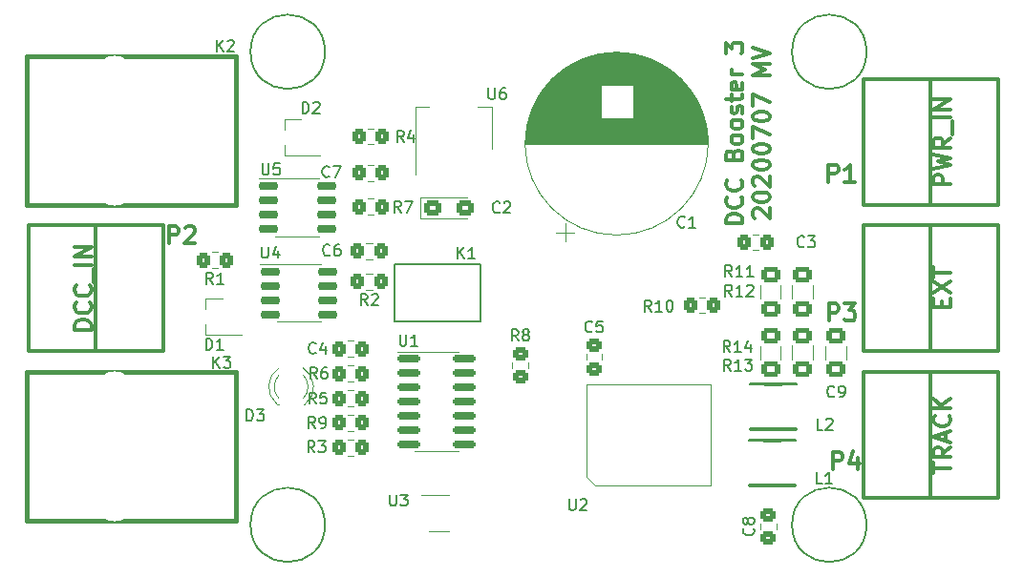
<source format=gto>
G04 #@! TF.GenerationSoftware,KiCad,Pcbnew,(6.0.7)*
G04 #@! TF.CreationDate,2023-05-29T10:21:20+02:00*
G04 #@! TF.ProjectId,booster,626f6f73-7465-4722-9e6b-696361645f70,rev?*
G04 #@! TF.SameCoordinates,Original*
G04 #@! TF.FileFunction,Legend,Top*
G04 #@! TF.FilePolarity,Positive*
%FSLAX46Y46*%
G04 Gerber Fmt 4.6, Leading zero omitted, Abs format (unit mm)*
G04 Created by KiCad (PCBNEW (6.0.7)) date 2023-05-29 10:21:20*
%MOMM*%
%LPD*%
G01*
G04 APERTURE LIST*
G04 Aperture macros list*
%AMRoundRect*
0 Rectangle with rounded corners*
0 $1 Rounding radius*
0 $2 $3 $4 $5 $6 $7 $8 $9 X,Y pos of 4 corners*
0 Add a 4 corners polygon primitive as box body*
4,1,4,$2,$3,$4,$5,$6,$7,$8,$9,$2,$3,0*
0 Add four circle primitives for the rounded corners*
1,1,$1+$1,$2,$3*
1,1,$1+$1,$4,$5*
1,1,$1+$1,$6,$7*
1,1,$1+$1,$8,$9*
0 Add four rect primitives between the rounded corners*
20,1,$1+$1,$2,$3,$4,$5,0*
20,1,$1+$1,$4,$5,$6,$7,0*
20,1,$1+$1,$6,$7,$8,$9,0*
20,1,$1+$1,$8,$9,$2,$3,0*%
G04 Aperture macros list end*
%ADD10C,0.300000*%
%ADD11C,0.152400*%
%ADD12C,0.150000*%
%ADD13C,0.304800*%
%ADD14C,0.203200*%
%ADD15C,0.120000*%
%ADD16C,0.381000*%
%ADD17C,6.400800*%
%ADD18C,3.048000*%
%ADD19R,3.048000X3.048000*%
%ADD20C,1.524000*%
%ADD21R,1.524000X1.524000*%
%ADD22C,3.169920*%
%ADD23RoundRect,0.250000X-0.325000X-0.450000X0.325000X-0.450000X0.325000X0.450000X-0.325000X0.450000X0*%
%ADD24RoundRect,0.150000X-0.725000X-0.150000X0.725000X-0.150000X0.725000X0.150000X-0.725000X0.150000X0*%
%ADD25R,1.900000X0.800000*%
%ADD26RoundRect,0.150000X-0.825000X-0.150000X0.825000X-0.150000X0.825000X0.150000X-0.825000X0.150000X0*%
%ADD27RoundRect,0.250000X0.325000X0.450000X-0.325000X0.450000X-0.325000X-0.450000X0.325000X-0.450000X0*%
%ADD28RoundRect,0.250000X-0.450000X0.325000X-0.450000X-0.325000X0.450000X-0.325000X0.450000X0.325000X0*%
%ADD29C,1.800000*%
%ADD30R,1.800000X1.800000*%
%ADD31R,10.500000X7.400000*%
%ADD32R,0.450000X3.000000*%
%ADD33R,1.560000X0.650000*%
%ADD34R,1.500000X2.000000*%
%ADD35R,3.800000X2.000000*%
%ADD36RoundRect,0.250001X0.624999X-0.462499X0.624999X0.462499X-0.624999X0.462499X-0.624999X-0.462499X0*%
%ADD37R,2.500000X3.700000*%
%ADD38RoundRect,0.250000X-0.537500X-0.425000X0.537500X-0.425000X0.537500X0.425000X-0.537500X0.425000X0*%
%ADD39C,2.400000*%
%ADD40R,2.400000X2.400000*%
G04 APERTURE END LIST*
D10*
X163321071Y-119250000D02*
X161821071Y-119250000D01*
X161821071Y-118892857D01*
X161892500Y-118678571D01*
X162035357Y-118535714D01*
X162178214Y-118464285D01*
X162463928Y-118392857D01*
X162678214Y-118392857D01*
X162963928Y-118464285D01*
X163106785Y-118535714D01*
X163249642Y-118678571D01*
X163321071Y-118892857D01*
X163321071Y-119250000D01*
X163178214Y-116892857D02*
X163249642Y-116964285D01*
X163321071Y-117178571D01*
X163321071Y-117321428D01*
X163249642Y-117535714D01*
X163106785Y-117678571D01*
X162963928Y-117750000D01*
X162678214Y-117821428D01*
X162463928Y-117821428D01*
X162178214Y-117750000D01*
X162035357Y-117678571D01*
X161892500Y-117535714D01*
X161821071Y-117321428D01*
X161821071Y-117178571D01*
X161892500Y-116964285D01*
X161963928Y-116892857D01*
X163178214Y-115392857D02*
X163249642Y-115464285D01*
X163321071Y-115678571D01*
X163321071Y-115821428D01*
X163249642Y-116035714D01*
X163106785Y-116178571D01*
X162963928Y-116250000D01*
X162678214Y-116321428D01*
X162463928Y-116321428D01*
X162178214Y-116250000D01*
X162035357Y-116178571D01*
X161892500Y-116035714D01*
X161821071Y-115821428D01*
X161821071Y-115678571D01*
X161892500Y-115464285D01*
X161963928Y-115392857D01*
X162535357Y-113107142D02*
X162606785Y-112892857D01*
X162678214Y-112821428D01*
X162821071Y-112750000D01*
X163035357Y-112750000D01*
X163178214Y-112821428D01*
X163249642Y-112892857D01*
X163321071Y-113035714D01*
X163321071Y-113607142D01*
X161821071Y-113607142D01*
X161821071Y-113107142D01*
X161892500Y-112964285D01*
X161963928Y-112892857D01*
X162106785Y-112821428D01*
X162249642Y-112821428D01*
X162392500Y-112892857D01*
X162463928Y-112964285D01*
X162535357Y-113107142D01*
X162535357Y-113607142D01*
X163321071Y-111892857D02*
X163249642Y-112035714D01*
X163178214Y-112107142D01*
X163035357Y-112178571D01*
X162606785Y-112178571D01*
X162463928Y-112107142D01*
X162392500Y-112035714D01*
X162321071Y-111892857D01*
X162321071Y-111678571D01*
X162392500Y-111535714D01*
X162463928Y-111464285D01*
X162606785Y-111392857D01*
X163035357Y-111392857D01*
X163178214Y-111464285D01*
X163249642Y-111535714D01*
X163321071Y-111678571D01*
X163321071Y-111892857D01*
X163321071Y-110535714D02*
X163249642Y-110678571D01*
X163178214Y-110750000D01*
X163035357Y-110821428D01*
X162606785Y-110821428D01*
X162463928Y-110750000D01*
X162392500Y-110678571D01*
X162321071Y-110535714D01*
X162321071Y-110321428D01*
X162392500Y-110178571D01*
X162463928Y-110107142D01*
X162606785Y-110035714D01*
X163035357Y-110035714D01*
X163178214Y-110107142D01*
X163249642Y-110178571D01*
X163321071Y-110321428D01*
X163321071Y-110535714D01*
X163249642Y-109464285D02*
X163321071Y-109321428D01*
X163321071Y-109035714D01*
X163249642Y-108892857D01*
X163106785Y-108821428D01*
X163035357Y-108821428D01*
X162892500Y-108892857D01*
X162821071Y-109035714D01*
X162821071Y-109250000D01*
X162749642Y-109392857D01*
X162606785Y-109464285D01*
X162535357Y-109464285D01*
X162392500Y-109392857D01*
X162321071Y-109250000D01*
X162321071Y-109035714D01*
X162392500Y-108892857D01*
X162321071Y-108392857D02*
X162321071Y-107821428D01*
X161821071Y-108178571D02*
X163106785Y-108178571D01*
X163249642Y-108107142D01*
X163321071Y-107964285D01*
X163321071Y-107821428D01*
X163249642Y-106750000D02*
X163321071Y-106892857D01*
X163321071Y-107178571D01*
X163249642Y-107321428D01*
X163106785Y-107392857D01*
X162535357Y-107392857D01*
X162392500Y-107321428D01*
X162321071Y-107178571D01*
X162321071Y-106892857D01*
X162392500Y-106750000D01*
X162535357Y-106678571D01*
X162678214Y-106678571D01*
X162821071Y-107392857D01*
X163321071Y-106035714D02*
X162321071Y-106035714D01*
X162606785Y-106035714D02*
X162463928Y-105964285D01*
X162392500Y-105892857D01*
X162321071Y-105750000D01*
X162321071Y-105607142D01*
X161821071Y-104107142D02*
X161821071Y-103178571D01*
X162392500Y-103678571D01*
X162392500Y-103464285D01*
X162463928Y-103321428D01*
X162535357Y-103250000D01*
X162678214Y-103178571D01*
X163035357Y-103178571D01*
X163178214Y-103250000D01*
X163249642Y-103321428D01*
X163321071Y-103464285D01*
X163321071Y-103892857D01*
X163249642Y-104035714D01*
X163178214Y-104107142D01*
X164378928Y-118750000D02*
X164307500Y-118678571D01*
X164236071Y-118535714D01*
X164236071Y-118178571D01*
X164307500Y-118035714D01*
X164378928Y-117964285D01*
X164521785Y-117892857D01*
X164664642Y-117892857D01*
X164878928Y-117964285D01*
X165736071Y-118821428D01*
X165736071Y-117892857D01*
X164236071Y-116964285D02*
X164236071Y-116821428D01*
X164307500Y-116678571D01*
X164378928Y-116607142D01*
X164521785Y-116535714D01*
X164807500Y-116464285D01*
X165164642Y-116464285D01*
X165450357Y-116535714D01*
X165593214Y-116607142D01*
X165664642Y-116678571D01*
X165736071Y-116821428D01*
X165736071Y-116964285D01*
X165664642Y-117107142D01*
X165593214Y-117178571D01*
X165450357Y-117250000D01*
X165164642Y-117321428D01*
X164807500Y-117321428D01*
X164521785Y-117250000D01*
X164378928Y-117178571D01*
X164307500Y-117107142D01*
X164236071Y-116964285D01*
X164378928Y-115892857D02*
X164307500Y-115821428D01*
X164236071Y-115678571D01*
X164236071Y-115321428D01*
X164307500Y-115178571D01*
X164378928Y-115107142D01*
X164521785Y-115035714D01*
X164664642Y-115035714D01*
X164878928Y-115107142D01*
X165736071Y-115964285D01*
X165736071Y-115035714D01*
X164236071Y-114107142D02*
X164236071Y-113964285D01*
X164307500Y-113821428D01*
X164378928Y-113750000D01*
X164521785Y-113678571D01*
X164807500Y-113607142D01*
X165164642Y-113607142D01*
X165450357Y-113678571D01*
X165593214Y-113750000D01*
X165664642Y-113821428D01*
X165736071Y-113964285D01*
X165736071Y-114107142D01*
X165664642Y-114250000D01*
X165593214Y-114321428D01*
X165450357Y-114392857D01*
X165164642Y-114464285D01*
X164807500Y-114464285D01*
X164521785Y-114392857D01*
X164378928Y-114321428D01*
X164307500Y-114250000D01*
X164236071Y-114107142D01*
X164236071Y-112678571D02*
X164236071Y-112535714D01*
X164307500Y-112392857D01*
X164378928Y-112321428D01*
X164521785Y-112250000D01*
X164807500Y-112178571D01*
X165164642Y-112178571D01*
X165450357Y-112250000D01*
X165593214Y-112321428D01*
X165664642Y-112392857D01*
X165736071Y-112535714D01*
X165736071Y-112678571D01*
X165664642Y-112821428D01*
X165593214Y-112892857D01*
X165450357Y-112964285D01*
X165164642Y-113035714D01*
X164807500Y-113035714D01*
X164521785Y-112964285D01*
X164378928Y-112892857D01*
X164307500Y-112821428D01*
X164236071Y-112678571D01*
X164236071Y-111678571D02*
X164236071Y-110678571D01*
X165736071Y-111321428D01*
X164236071Y-109821428D02*
X164236071Y-109678571D01*
X164307500Y-109535714D01*
X164378928Y-109464285D01*
X164521785Y-109392857D01*
X164807500Y-109321428D01*
X165164642Y-109321428D01*
X165450357Y-109392857D01*
X165593214Y-109464285D01*
X165664642Y-109535714D01*
X165736071Y-109678571D01*
X165736071Y-109821428D01*
X165664642Y-109964285D01*
X165593214Y-110035714D01*
X165450357Y-110107142D01*
X165164642Y-110178571D01*
X164807500Y-110178571D01*
X164521785Y-110107142D01*
X164378928Y-110035714D01*
X164307500Y-109964285D01*
X164236071Y-109821428D01*
X164236071Y-108821428D02*
X164236071Y-107821428D01*
X165736071Y-108464285D01*
X165736071Y-106107142D02*
X164236071Y-106107142D01*
X165307500Y-105607142D01*
X164236071Y-105107142D01*
X165736071Y-105107142D01*
X164236071Y-104607142D02*
X165736071Y-104107142D01*
X164236071Y-103607142D01*
D11*
X121730000Y-146344714D02*
X121730000Y-145582714D01*
X121730000Y-145945571D02*
X122165428Y-145945571D01*
X122165428Y-146344714D02*
X122165428Y-145582714D01*
X122673428Y-145582714D02*
X122818571Y-145582714D01*
X122891142Y-145619000D01*
X122963714Y-145691571D01*
X123000000Y-145836714D01*
X123000000Y-146090714D01*
X122963714Y-146235857D01*
X122891142Y-146308428D01*
X122818571Y-146344714D01*
X122673428Y-146344714D01*
X122600857Y-146308428D01*
X122528285Y-146235857D01*
X122492000Y-146090714D01*
X122492000Y-145836714D01*
X122528285Y-145691571D01*
X122600857Y-145619000D01*
X122673428Y-145582714D01*
X123689428Y-146344714D02*
X123326571Y-146344714D01*
X123326571Y-145582714D01*
X123943428Y-145945571D02*
X124197428Y-145945571D01*
X124306285Y-146344714D02*
X123943428Y-146344714D01*
X123943428Y-145582714D01*
X124306285Y-145582714D01*
X121730000Y-104344714D02*
X121730000Y-103582714D01*
X121730000Y-103945571D02*
X122165428Y-103945571D01*
X122165428Y-104344714D02*
X122165428Y-103582714D01*
X122673428Y-103582714D02*
X122818571Y-103582714D01*
X122891142Y-103619000D01*
X122963714Y-103691571D01*
X123000000Y-103836714D01*
X123000000Y-104090714D01*
X122963714Y-104235857D01*
X122891142Y-104308428D01*
X122818571Y-104344714D01*
X122673428Y-104344714D01*
X122600857Y-104308428D01*
X122528285Y-104235857D01*
X122492000Y-104090714D01*
X122492000Y-103836714D01*
X122528285Y-103691571D01*
X122600857Y-103619000D01*
X122673428Y-103582714D01*
X123689428Y-104344714D02*
X123326571Y-104344714D01*
X123326571Y-103582714D01*
X123943428Y-103945571D02*
X124197428Y-103945571D01*
X124306285Y-104344714D02*
X123943428Y-104344714D01*
X123943428Y-103582714D01*
X124306285Y-103582714D01*
D12*
X126683333Y-115057142D02*
X126635714Y-115104761D01*
X126492857Y-115152380D01*
X126397619Y-115152380D01*
X126254761Y-115104761D01*
X126159523Y-115009523D01*
X126111904Y-114914285D01*
X126064285Y-114723809D01*
X126064285Y-114580952D01*
X126111904Y-114390476D01*
X126159523Y-114295238D01*
X126254761Y-114200000D01*
X126397619Y-114152380D01*
X126492857Y-114152380D01*
X126635714Y-114200000D01*
X126683333Y-114247619D01*
X127016666Y-114152380D02*
X127683333Y-114152380D01*
X127254761Y-115152380D01*
X120738095Y-113902380D02*
X120738095Y-114711904D01*
X120785714Y-114807142D01*
X120833333Y-114854761D01*
X120928571Y-114902380D01*
X121119047Y-114902380D01*
X121214285Y-114854761D01*
X121261904Y-114807142D01*
X121309523Y-114711904D01*
X121309523Y-113902380D01*
X122261904Y-113902380D02*
X121785714Y-113902380D01*
X121738095Y-114378571D01*
X121785714Y-114330952D01*
X121880952Y-114283333D01*
X122119047Y-114283333D01*
X122214285Y-114330952D01*
X122261904Y-114378571D01*
X122309523Y-114473809D01*
X122309523Y-114711904D01*
X122261904Y-114807142D01*
X122214285Y-114854761D01*
X122119047Y-114902380D01*
X121880952Y-114902380D01*
X121785714Y-114854761D01*
X121738095Y-114807142D01*
X124311904Y-109452380D02*
X124311904Y-108452380D01*
X124550000Y-108452380D01*
X124692857Y-108500000D01*
X124788095Y-108595238D01*
X124835714Y-108690476D01*
X124883333Y-108880952D01*
X124883333Y-109023809D01*
X124835714Y-109214285D01*
X124788095Y-109309523D01*
X124692857Y-109404761D01*
X124550000Y-109452380D01*
X124311904Y-109452380D01*
X125264285Y-108547619D02*
X125311904Y-108500000D01*
X125407142Y-108452380D01*
X125645238Y-108452380D01*
X125740476Y-108500000D01*
X125788095Y-108547619D01*
X125835714Y-108642857D01*
X125835714Y-108738095D01*
X125788095Y-108880952D01*
X125216666Y-109452380D01*
X125835714Y-109452380D01*
X133033333Y-118252380D02*
X132700000Y-117776190D01*
X132461904Y-118252380D02*
X132461904Y-117252380D01*
X132842857Y-117252380D01*
X132938095Y-117300000D01*
X132985714Y-117347619D01*
X133033333Y-117442857D01*
X133033333Y-117585714D01*
X132985714Y-117680952D01*
X132938095Y-117728571D01*
X132842857Y-117776190D01*
X132461904Y-117776190D01*
X133366666Y-117252380D02*
X134033333Y-117252380D01*
X133604761Y-118252380D01*
X133283333Y-112002380D02*
X132950000Y-111526190D01*
X132711904Y-112002380D02*
X132711904Y-111002380D01*
X133092857Y-111002380D01*
X133188095Y-111050000D01*
X133235714Y-111097619D01*
X133283333Y-111192857D01*
X133283333Y-111335714D01*
X133235714Y-111430952D01*
X133188095Y-111478571D01*
X133092857Y-111526190D01*
X132711904Y-111526190D01*
X134140476Y-111335714D02*
X134140476Y-112002380D01*
X133902380Y-110954761D02*
X133664285Y-111669047D01*
X134283333Y-111669047D01*
D13*
X171325142Y-141039428D02*
X171325142Y-139515428D01*
X171905714Y-139515428D01*
X172050857Y-139588000D01*
X172123428Y-139660571D01*
X172196000Y-139805714D01*
X172196000Y-140023428D01*
X172123428Y-140168571D01*
X172050857Y-140241142D01*
X171905714Y-140313714D01*
X171325142Y-140313714D01*
X173502285Y-140023428D02*
X173502285Y-141039428D01*
X173139428Y-139442857D02*
X172776571Y-140531428D01*
X173720000Y-140531428D01*
X180245428Y-141374571D02*
X180245428Y-140503714D01*
X181769428Y-140939142D02*
X180245428Y-140939142D01*
X181769428Y-139124857D02*
X181043714Y-139632857D01*
X181769428Y-139995714D02*
X180245428Y-139995714D01*
X180245428Y-139415142D01*
X180318000Y-139270000D01*
X180390571Y-139197428D01*
X180535714Y-139124857D01*
X180753428Y-139124857D01*
X180898571Y-139197428D01*
X180971142Y-139270000D01*
X181043714Y-139415142D01*
X181043714Y-139995714D01*
X181334000Y-138544285D02*
X181334000Y-137818571D01*
X181769428Y-138689428D02*
X180245428Y-138181428D01*
X181769428Y-137673428D01*
X181624285Y-136294571D02*
X181696857Y-136367142D01*
X181769428Y-136584857D01*
X181769428Y-136730000D01*
X181696857Y-136947714D01*
X181551714Y-137092857D01*
X181406571Y-137165428D01*
X181116285Y-137238000D01*
X180898571Y-137238000D01*
X180608285Y-137165428D01*
X180463142Y-137092857D01*
X180318000Y-136947714D01*
X180245428Y-136730000D01*
X180245428Y-136584857D01*
X180318000Y-136367142D01*
X180390571Y-136294571D01*
X181769428Y-135641428D02*
X180245428Y-135641428D01*
X181769428Y-134770571D02*
X180898571Y-135423714D01*
X180245428Y-134770571D02*
X181116285Y-135641428D01*
D12*
X132938095Y-129102380D02*
X132938095Y-129911904D01*
X132985714Y-130007142D01*
X133033333Y-130054761D01*
X133128571Y-130102380D01*
X133319047Y-130102380D01*
X133414285Y-130054761D01*
X133461904Y-130007142D01*
X133509523Y-129911904D01*
X133509523Y-129102380D01*
X134509523Y-130102380D02*
X133938095Y-130102380D01*
X134223809Y-130102380D02*
X134223809Y-129102380D01*
X134128571Y-129245238D01*
X134033333Y-129340476D01*
X133938095Y-129388095D01*
X168783333Y-121257142D02*
X168735714Y-121304761D01*
X168592857Y-121352380D01*
X168497619Y-121352380D01*
X168354761Y-121304761D01*
X168259523Y-121209523D01*
X168211904Y-121114285D01*
X168164285Y-120923809D01*
X168164285Y-120780952D01*
X168211904Y-120590476D01*
X168259523Y-120495238D01*
X168354761Y-120400000D01*
X168497619Y-120352380D01*
X168592857Y-120352380D01*
X168735714Y-120400000D01*
X168783333Y-120447619D01*
X169116666Y-120352380D02*
X169735714Y-120352380D01*
X169402380Y-120733333D01*
X169545238Y-120733333D01*
X169640476Y-120780952D01*
X169688095Y-120828571D01*
X169735714Y-120923809D01*
X169735714Y-121161904D01*
X169688095Y-121257142D01*
X169640476Y-121304761D01*
X169545238Y-121352380D01*
X169259523Y-121352380D01*
X169164285Y-121304761D01*
X169116666Y-121257142D01*
X125483333Y-130707142D02*
X125435714Y-130754761D01*
X125292857Y-130802380D01*
X125197619Y-130802380D01*
X125054761Y-130754761D01*
X124959523Y-130659523D01*
X124911904Y-130564285D01*
X124864285Y-130373809D01*
X124864285Y-130230952D01*
X124911904Y-130040476D01*
X124959523Y-129945238D01*
X125054761Y-129850000D01*
X125197619Y-129802380D01*
X125292857Y-129802380D01*
X125435714Y-129850000D01*
X125483333Y-129897619D01*
X126340476Y-130135714D02*
X126340476Y-130802380D01*
X126102380Y-129754761D02*
X125864285Y-130469047D01*
X126483333Y-130469047D01*
X126733333Y-122007142D02*
X126685714Y-122054761D01*
X126542857Y-122102380D01*
X126447619Y-122102380D01*
X126304761Y-122054761D01*
X126209523Y-121959523D01*
X126161904Y-121864285D01*
X126114285Y-121673809D01*
X126114285Y-121530952D01*
X126161904Y-121340476D01*
X126209523Y-121245238D01*
X126304761Y-121150000D01*
X126447619Y-121102380D01*
X126542857Y-121102380D01*
X126685714Y-121150000D01*
X126733333Y-121197619D01*
X127590476Y-121102380D02*
X127400000Y-121102380D01*
X127304761Y-121150000D01*
X127257142Y-121197619D01*
X127161904Y-121340476D01*
X127114285Y-121530952D01*
X127114285Y-121911904D01*
X127161904Y-122007142D01*
X127209523Y-122054761D01*
X127304761Y-122102380D01*
X127495238Y-122102380D01*
X127590476Y-122054761D01*
X127638095Y-122007142D01*
X127685714Y-121911904D01*
X127685714Y-121673809D01*
X127638095Y-121578571D01*
X127590476Y-121530952D01*
X127495238Y-121483333D01*
X127304761Y-121483333D01*
X127209523Y-121530952D01*
X127161904Y-121578571D01*
X127114285Y-121673809D01*
X149983333Y-128807142D02*
X149935714Y-128854761D01*
X149792857Y-128902380D01*
X149697619Y-128902380D01*
X149554761Y-128854761D01*
X149459523Y-128759523D01*
X149411904Y-128664285D01*
X149364285Y-128473809D01*
X149364285Y-128330952D01*
X149411904Y-128140476D01*
X149459523Y-128045238D01*
X149554761Y-127950000D01*
X149697619Y-127902380D01*
X149792857Y-127902380D01*
X149935714Y-127950000D01*
X149983333Y-127997619D01*
X150888095Y-127902380D02*
X150411904Y-127902380D01*
X150364285Y-128378571D01*
X150411904Y-128330952D01*
X150507142Y-128283333D01*
X150745238Y-128283333D01*
X150840476Y-128330952D01*
X150888095Y-128378571D01*
X150935714Y-128473809D01*
X150935714Y-128711904D01*
X150888095Y-128807142D01*
X150840476Y-128854761D01*
X150745238Y-128902380D01*
X150507142Y-128902380D01*
X150411904Y-128854761D01*
X150364285Y-128807142D01*
X130058333Y-126502380D02*
X129725000Y-126026190D01*
X129486904Y-126502380D02*
X129486904Y-125502380D01*
X129867857Y-125502380D01*
X129963095Y-125550000D01*
X130010714Y-125597619D01*
X130058333Y-125692857D01*
X130058333Y-125835714D01*
X130010714Y-125930952D01*
X129963095Y-125978571D01*
X129867857Y-126026190D01*
X129486904Y-126026190D01*
X130439285Y-125597619D02*
X130486904Y-125550000D01*
X130582142Y-125502380D01*
X130820238Y-125502380D01*
X130915476Y-125550000D01*
X130963095Y-125597619D01*
X131010714Y-125692857D01*
X131010714Y-125788095D01*
X130963095Y-125930952D01*
X130391666Y-126502380D01*
X131010714Y-126502380D01*
X164257142Y-146316666D02*
X164304761Y-146364285D01*
X164352380Y-146507142D01*
X164352380Y-146602380D01*
X164304761Y-146745238D01*
X164209523Y-146840476D01*
X164114285Y-146888095D01*
X163923809Y-146935714D01*
X163780952Y-146935714D01*
X163590476Y-146888095D01*
X163495238Y-146840476D01*
X163400000Y-146745238D01*
X163352380Y-146602380D01*
X163352380Y-146507142D01*
X163400000Y-146364285D01*
X163447619Y-146316666D01*
X163780952Y-145745238D02*
X163733333Y-145840476D01*
X163685714Y-145888095D01*
X163590476Y-145935714D01*
X163542857Y-145935714D01*
X163447619Y-145888095D01*
X163400000Y-145840476D01*
X163352380Y-145745238D01*
X163352380Y-145554761D01*
X163400000Y-145459523D01*
X163447619Y-145411904D01*
X163542857Y-145364285D01*
X163590476Y-145364285D01*
X163685714Y-145411904D01*
X163733333Y-145459523D01*
X163780952Y-145554761D01*
X163780952Y-145745238D01*
X163828571Y-145840476D01*
X163876190Y-145888095D01*
X163971428Y-145935714D01*
X164161904Y-145935714D01*
X164257142Y-145888095D01*
X164304761Y-145840476D01*
X164352380Y-145745238D01*
X164352380Y-145554761D01*
X164304761Y-145459523D01*
X164257142Y-145411904D01*
X164161904Y-145364285D01*
X163971428Y-145364285D01*
X163876190Y-145411904D01*
X163828571Y-145459523D01*
X163780952Y-145554761D01*
X125483333Y-135252380D02*
X125150000Y-134776190D01*
X124911904Y-135252380D02*
X124911904Y-134252380D01*
X125292857Y-134252380D01*
X125388095Y-134300000D01*
X125435714Y-134347619D01*
X125483333Y-134442857D01*
X125483333Y-134585714D01*
X125435714Y-134680952D01*
X125388095Y-134728571D01*
X125292857Y-134776190D01*
X124911904Y-134776190D01*
X126388095Y-134252380D02*
X125911904Y-134252380D01*
X125864285Y-134728571D01*
X125911904Y-134680952D01*
X126007142Y-134633333D01*
X126245238Y-134633333D01*
X126340476Y-134680952D01*
X126388095Y-134728571D01*
X126435714Y-134823809D01*
X126435714Y-135061904D01*
X126388095Y-135157142D01*
X126340476Y-135204761D01*
X126245238Y-135252380D01*
X126007142Y-135252380D01*
X125911904Y-135204761D01*
X125864285Y-135157142D01*
X119361904Y-136752380D02*
X119361904Y-135752380D01*
X119600000Y-135752380D01*
X119742857Y-135800000D01*
X119838095Y-135895238D01*
X119885714Y-135990476D01*
X119933333Y-136180952D01*
X119933333Y-136323809D01*
X119885714Y-136514285D01*
X119838095Y-136609523D01*
X119742857Y-136704761D01*
X119600000Y-136752380D01*
X119361904Y-136752380D01*
X120266666Y-135752380D02*
X120885714Y-135752380D01*
X120552380Y-136133333D01*
X120695238Y-136133333D01*
X120790476Y-136180952D01*
X120838095Y-136228571D01*
X120885714Y-136323809D01*
X120885714Y-136561904D01*
X120838095Y-136657142D01*
X120790476Y-136704761D01*
X120695238Y-136752380D01*
X120409523Y-136752380D01*
X120314285Y-136704761D01*
X120266666Y-136657142D01*
X143433333Y-129652380D02*
X143100000Y-129176190D01*
X142861904Y-129652380D02*
X142861904Y-128652380D01*
X143242857Y-128652380D01*
X143338095Y-128700000D01*
X143385714Y-128747619D01*
X143433333Y-128842857D01*
X143433333Y-128985714D01*
X143385714Y-129080952D01*
X143338095Y-129128571D01*
X143242857Y-129176190D01*
X142861904Y-129176190D01*
X144004761Y-129080952D02*
X143909523Y-129033333D01*
X143861904Y-128985714D01*
X143814285Y-128890476D01*
X143814285Y-128842857D01*
X143861904Y-128747619D01*
X143909523Y-128700000D01*
X144004761Y-128652380D01*
X144195238Y-128652380D01*
X144290476Y-128700000D01*
X144338095Y-128747619D01*
X144385714Y-128842857D01*
X144385714Y-128890476D01*
X144338095Y-128985714D01*
X144290476Y-129033333D01*
X144195238Y-129080952D01*
X144004761Y-129080952D01*
X143909523Y-129128571D01*
X143861904Y-129176190D01*
X143814285Y-129271428D01*
X143814285Y-129461904D01*
X143861904Y-129557142D01*
X143909523Y-129604761D01*
X144004761Y-129652380D01*
X144195238Y-129652380D01*
X144290476Y-129604761D01*
X144338095Y-129557142D01*
X144385714Y-129461904D01*
X144385714Y-129271428D01*
X144338095Y-129176190D01*
X144290476Y-129128571D01*
X144195238Y-129080952D01*
X125583333Y-133002380D02*
X125250000Y-132526190D01*
X125011904Y-133002380D02*
X125011904Y-132002380D01*
X125392857Y-132002380D01*
X125488095Y-132050000D01*
X125535714Y-132097619D01*
X125583333Y-132192857D01*
X125583333Y-132335714D01*
X125535714Y-132430952D01*
X125488095Y-132478571D01*
X125392857Y-132526190D01*
X125011904Y-132526190D01*
X126440476Y-132002380D02*
X126250000Y-132002380D01*
X126154761Y-132050000D01*
X126107142Y-132097619D01*
X126011904Y-132240476D01*
X125964285Y-132430952D01*
X125964285Y-132811904D01*
X126011904Y-132907142D01*
X126059523Y-132954761D01*
X126154761Y-133002380D01*
X126345238Y-133002380D01*
X126440476Y-132954761D01*
X126488095Y-132907142D01*
X126535714Y-132811904D01*
X126535714Y-132573809D01*
X126488095Y-132478571D01*
X126440476Y-132430952D01*
X126345238Y-132383333D01*
X126154761Y-132383333D01*
X126059523Y-132430952D01*
X126011904Y-132478571D01*
X125964285Y-132573809D01*
X125383333Y-139552380D02*
X125050000Y-139076190D01*
X124811904Y-139552380D02*
X124811904Y-138552380D01*
X125192857Y-138552380D01*
X125288095Y-138600000D01*
X125335714Y-138647619D01*
X125383333Y-138742857D01*
X125383333Y-138885714D01*
X125335714Y-138980952D01*
X125288095Y-139028571D01*
X125192857Y-139076190D01*
X124811904Y-139076190D01*
X125716666Y-138552380D02*
X126335714Y-138552380D01*
X126002380Y-138933333D01*
X126145238Y-138933333D01*
X126240476Y-138980952D01*
X126288095Y-139028571D01*
X126335714Y-139123809D01*
X126335714Y-139361904D01*
X126288095Y-139457142D01*
X126240476Y-139504761D01*
X126145238Y-139552380D01*
X125859523Y-139552380D01*
X125764285Y-139504761D01*
X125716666Y-139457142D01*
X147938095Y-143702380D02*
X147938095Y-144511904D01*
X147985714Y-144607142D01*
X148033333Y-144654761D01*
X148128571Y-144702380D01*
X148319047Y-144702380D01*
X148414285Y-144654761D01*
X148461904Y-144607142D01*
X148509523Y-144511904D01*
X148509523Y-143702380D01*
X148938095Y-143797619D02*
X148985714Y-143750000D01*
X149080952Y-143702380D01*
X149319047Y-143702380D01*
X149414285Y-143750000D01*
X149461904Y-143797619D01*
X149509523Y-143892857D01*
X149509523Y-143988095D01*
X149461904Y-144130952D01*
X148890476Y-144702380D01*
X149509523Y-144702380D01*
X120688095Y-121302380D02*
X120688095Y-122111904D01*
X120735714Y-122207142D01*
X120783333Y-122254761D01*
X120878571Y-122302380D01*
X121069047Y-122302380D01*
X121164285Y-122254761D01*
X121211904Y-122207142D01*
X121259523Y-122111904D01*
X121259523Y-121302380D01*
X122164285Y-121635714D02*
X122164285Y-122302380D01*
X121926190Y-121254761D02*
X121688095Y-121969047D01*
X122307142Y-121969047D01*
X155232142Y-127052380D02*
X154898809Y-126576190D01*
X154660714Y-127052380D02*
X154660714Y-126052380D01*
X155041666Y-126052380D01*
X155136904Y-126100000D01*
X155184523Y-126147619D01*
X155232142Y-126242857D01*
X155232142Y-126385714D01*
X155184523Y-126480952D01*
X155136904Y-126528571D01*
X155041666Y-126576190D01*
X154660714Y-126576190D01*
X156184523Y-127052380D02*
X155613095Y-127052380D01*
X155898809Y-127052380D02*
X155898809Y-126052380D01*
X155803571Y-126195238D01*
X155708333Y-126290476D01*
X155613095Y-126338095D01*
X156803571Y-126052380D02*
X156898809Y-126052380D01*
X156994047Y-126100000D01*
X157041666Y-126147619D01*
X157089285Y-126242857D01*
X157136904Y-126433333D01*
X157136904Y-126671428D01*
X157089285Y-126861904D01*
X157041666Y-126957142D01*
X156994047Y-127004761D01*
X156898809Y-127052380D01*
X156803571Y-127052380D01*
X156708333Y-127004761D01*
X156660714Y-126957142D01*
X156613095Y-126861904D01*
X156565476Y-126671428D01*
X156565476Y-126433333D01*
X156613095Y-126242857D01*
X156660714Y-126147619D01*
X156708333Y-126100000D01*
X156803571Y-126052380D01*
X125433333Y-137402380D02*
X125100000Y-136926190D01*
X124861904Y-137402380D02*
X124861904Y-136402380D01*
X125242857Y-136402380D01*
X125338095Y-136450000D01*
X125385714Y-136497619D01*
X125433333Y-136592857D01*
X125433333Y-136735714D01*
X125385714Y-136830952D01*
X125338095Y-136878571D01*
X125242857Y-136926190D01*
X124861904Y-136926190D01*
X125909523Y-137402380D02*
X126100000Y-137402380D01*
X126195238Y-137354761D01*
X126242857Y-137307142D01*
X126338095Y-137164285D01*
X126385714Y-136973809D01*
X126385714Y-136592857D01*
X126338095Y-136497619D01*
X126290476Y-136450000D01*
X126195238Y-136402380D01*
X126004761Y-136402380D01*
X125909523Y-136450000D01*
X125861904Y-136497619D01*
X125814285Y-136592857D01*
X125814285Y-136830952D01*
X125861904Y-136926190D01*
X125909523Y-136973809D01*
X126004761Y-137021428D01*
X126195238Y-137021428D01*
X126290476Y-136973809D01*
X126338095Y-136926190D01*
X126385714Y-136830952D01*
D11*
X138050095Y-122359619D02*
X138050095Y-121343619D01*
X138630666Y-122359619D02*
X138195238Y-121779047D01*
X138630666Y-121343619D02*
X138050095Y-121924190D01*
X139598285Y-122359619D02*
X139017714Y-122359619D01*
X139308000Y-122359619D02*
X139308000Y-121343619D01*
X139211238Y-121488761D01*
X139114476Y-121585523D01*
X139017714Y-121633904D01*
D12*
X132038095Y-143302380D02*
X132038095Y-144111904D01*
X132085714Y-144207142D01*
X132133333Y-144254761D01*
X132228571Y-144302380D01*
X132419047Y-144302380D01*
X132514285Y-144254761D01*
X132561904Y-144207142D01*
X132609523Y-144111904D01*
X132609523Y-143302380D01*
X132990476Y-143302380D02*
X133609523Y-143302380D01*
X133276190Y-143683333D01*
X133419047Y-143683333D01*
X133514285Y-143730952D01*
X133561904Y-143778571D01*
X133609523Y-143873809D01*
X133609523Y-144111904D01*
X133561904Y-144207142D01*
X133514285Y-144254761D01*
X133419047Y-144302380D01*
X133133333Y-144302380D01*
X133038095Y-144254761D01*
X132990476Y-144207142D01*
D11*
X169730000Y-146344714D02*
X169730000Y-145582714D01*
X169730000Y-145945571D02*
X170165428Y-145945571D01*
X170165428Y-146344714D02*
X170165428Y-145582714D01*
X170673428Y-145582714D02*
X170818571Y-145582714D01*
X170891142Y-145619000D01*
X170963714Y-145691571D01*
X171000000Y-145836714D01*
X171000000Y-146090714D01*
X170963714Y-146235857D01*
X170891142Y-146308428D01*
X170818571Y-146344714D01*
X170673428Y-146344714D01*
X170600857Y-146308428D01*
X170528285Y-146235857D01*
X170492000Y-146090714D01*
X170492000Y-145836714D01*
X170528285Y-145691571D01*
X170600857Y-145619000D01*
X170673428Y-145582714D01*
X171689428Y-146344714D02*
X171326571Y-146344714D01*
X171326571Y-145582714D01*
X171943428Y-145945571D02*
X172197428Y-145945571D01*
X172306285Y-146344714D02*
X171943428Y-146344714D01*
X171943428Y-145582714D01*
X172306285Y-145582714D01*
X169730000Y-104344714D02*
X169730000Y-103582714D01*
X169730000Y-103945571D02*
X170165428Y-103945571D01*
X170165428Y-104344714D02*
X170165428Y-103582714D01*
X170673428Y-103582714D02*
X170818571Y-103582714D01*
X170891142Y-103619000D01*
X170963714Y-103691571D01*
X171000000Y-103836714D01*
X171000000Y-104090714D01*
X170963714Y-104235857D01*
X170891142Y-104308428D01*
X170818571Y-104344714D01*
X170673428Y-104344714D01*
X170600857Y-104308428D01*
X170528285Y-104235857D01*
X170492000Y-104090714D01*
X170492000Y-103836714D01*
X170528285Y-103691571D01*
X170600857Y-103619000D01*
X170673428Y-103582714D01*
X171689428Y-104344714D02*
X171326571Y-104344714D01*
X171326571Y-103582714D01*
X171943428Y-103945571D02*
X172197428Y-103945571D01*
X172306285Y-104344714D02*
X171943428Y-104344714D01*
X171943428Y-103582714D01*
X172306285Y-103582714D01*
D12*
X116411904Y-132052380D02*
X116411904Y-131052380D01*
X116983333Y-132052380D02*
X116554761Y-131480952D01*
X116983333Y-131052380D02*
X116411904Y-131623809D01*
X117316666Y-131052380D02*
X117935714Y-131052380D01*
X117602380Y-131433333D01*
X117745238Y-131433333D01*
X117840476Y-131480952D01*
X117888095Y-131528571D01*
X117935714Y-131623809D01*
X117935714Y-131861904D01*
X117888095Y-131957142D01*
X117840476Y-132004761D01*
X117745238Y-132052380D01*
X117459523Y-132052380D01*
X117364285Y-132004761D01*
X117316666Y-131957142D01*
X116711904Y-103952380D02*
X116711904Y-102952380D01*
X117283333Y-103952380D02*
X116854761Y-103380952D01*
X117283333Y-102952380D02*
X116711904Y-103523809D01*
X117664285Y-103047619D02*
X117711904Y-103000000D01*
X117807142Y-102952380D01*
X118045238Y-102952380D01*
X118140476Y-103000000D01*
X118188095Y-103047619D01*
X118235714Y-103142857D01*
X118235714Y-103238095D01*
X118188095Y-103380952D01*
X117616666Y-103952380D01*
X118235714Y-103952380D01*
D13*
X170975142Y-127889428D02*
X170975142Y-126365428D01*
X171555714Y-126365428D01*
X171700857Y-126438000D01*
X171773428Y-126510571D01*
X171846000Y-126655714D01*
X171846000Y-126873428D01*
X171773428Y-127018571D01*
X171700857Y-127091142D01*
X171555714Y-127163714D01*
X170975142Y-127163714D01*
X172354000Y-126365428D02*
X173297428Y-126365428D01*
X172789428Y-126946000D01*
X173007142Y-126946000D01*
X173152285Y-127018571D01*
X173224857Y-127091142D01*
X173297428Y-127236285D01*
X173297428Y-127599142D01*
X173224857Y-127744285D01*
X173152285Y-127816857D01*
X173007142Y-127889428D01*
X172571714Y-127889428D01*
X172426571Y-127816857D01*
X172354000Y-127744285D01*
X180971142Y-126632857D02*
X180971142Y-126124857D01*
X181769428Y-125907142D02*
X181769428Y-126632857D01*
X180245428Y-126632857D01*
X180245428Y-125907142D01*
X180245428Y-125399142D02*
X181769428Y-124383142D01*
X180245428Y-124383142D02*
X181769428Y-125399142D01*
X180245428Y-124020285D02*
X180245428Y-123149428D01*
X181769428Y-123584857D02*
X180245428Y-123584857D01*
X112475142Y-120989428D02*
X112475142Y-119465428D01*
X113055714Y-119465428D01*
X113200857Y-119538000D01*
X113273428Y-119610571D01*
X113346000Y-119755714D01*
X113346000Y-119973428D01*
X113273428Y-120118571D01*
X113200857Y-120191142D01*
X113055714Y-120263714D01*
X112475142Y-120263714D01*
X113926571Y-119610571D02*
X113999142Y-119538000D01*
X114144285Y-119465428D01*
X114507142Y-119465428D01*
X114652285Y-119538000D01*
X114724857Y-119610571D01*
X114797428Y-119755714D01*
X114797428Y-119900857D01*
X114724857Y-120118571D01*
X113854000Y-120989428D01*
X114797428Y-120989428D01*
X105609428Y-128664857D02*
X104085428Y-128664857D01*
X104085428Y-128302000D01*
X104158000Y-128084285D01*
X104303142Y-127939142D01*
X104448285Y-127866571D01*
X104738571Y-127794000D01*
X104956285Y-127794000D01*
X105246571Y-127866571D01*
X105391714Y-127939142D01*
X105536857Y-128084285D01*
X105609428Y-128302000D01*
X105609428Y-128664857D01*
X105464285Y-126270000D02*
X105536857Y-126342571D01*
X105609428Y-126560285D01*
X105609428Y-126705428D01*
X105536857Y-126923142D01*
X105391714Y-127068285D01*
X105246571Y-127140857D01*
X104956285Y-127213428D01*
X104738571Y-127213428D01*
X104448285Y-127140857D01*
X104303142Y-127068285D01*
X104158000Y-126923142D01*
X104085428Y-126705428D01*
X104085428Y-126560285D01*
X104158000Y-126342571D01*
X104230571Y-126270000D01*
X105464285Y-124746000D02*
X105536857Y-124818571D01*
X105609428Y-125036285D01*
X105609428Y-125181428D01*
X105536857Y-125399142D01*
X105391714Y-125544285D01*
X105246571Y-125616857D01*
X104956285Y-125689428D01*
X104738571Y-125689428D01*
X104448285Y-125616857D01*
X104303142Y-125544285D01*
X104158000Y-125399142D01*
X104085428Y-125181428D01*
X104085428Y-125036285D01*
X104158000Y-124818571D01*
X104230571Y-124746000D01*
X105754571Y-124455714D02*
X105754571Y-123294571D01*
X105609428Y-122931714D02*
X104085428Y-122931714D01*
X105609428Y-122206000D02*
X104085428Y-122206000D01*
X105609428Y-121335142D01*
X104085428Y-121335142D01*
X170925142Y-115539428D02*
X170925142Y-114015428D01*
X171505714Y-114015428D01*
X171650857Y-114088000D01*
X171723428Y-114160571D01*
X171796000Y-114305714D01*
X171796000Y-114523428D01*
X171723428Y-114668571D01*
X171650857Y-114741142D01*
X171505714Y-114813714D01*
X170925142Y-114813714D01*
X173247428Y-115539428D02*
X172376571Y-115539428D01*
X172812000Y-115539428D02*
X172812000Y-114015428D01*
X172666857Y-114233142D01*
X172521714Y-114378285D01*
X172376571Y-114450857D01*
X181769428Y-115773714D02*
X180245428Y-115773714D01*
X180245428Y-115193142D01*
X180318000Y-115048000D01*
X180390571Y-114975428D01*
X180535714Y-114902857D01*
X180753428Y-114902857D01*
X180898571Y-114975428D01*
X180971142Y-115048000D01*
X181043714Y-115193142D01*
X181043714Y-115773714D01*
X180245428Y-114394857D02*
X181769428Y-114032000D01*
X180680857Y-113741714D01*
X181769428Y-113451428D01*
X180245428Y-113088571D01*
X181769428Y-111637142D02*
X181043714Y-112145142D01*
X181769428Y-112508000D02*
X180245428Y-112508000D01*
X180245428Y-111927428D01*
X180318000Y-111782285D01*
X180390571Y-111709714D01*
X180535714Y-111637142D01*
X180753428Y-111637142D01*
X180898571Y-111709714D01*
X180971142Y-111782285D01*
X181043714Y-111927428D01*
X181043714Y-112508000D01*
X181914571Y-111346857D02*
X181914571Y-110185714D01*
X181769428Y-109822857D02*
X180245428Y-109822857D01*
X181769428Y-109097142D02*
X180245428Y-109097142D01*
X181769428Y-108226285D01*
X180245428Y-108226285D01*
D12*
X140788095Y-107202380D02*
X140788095Y-108011904D01*
X140835714Y-108107142D01*
X140883333Y-108154761D01*
X140978571Y-108202380D01*
X141169047Y-108202380D01*
X141264285Y-108154761D01*
X141311904Y-108107142D01*
X141359523Y-108011904D01*
X141359523Y-107202380D01*
X142264285Y-107202380D02*
X142073809Y-107202380D01*
X141978571Y-107250000D01*
X141930952Y-107297619D01*
X141835714Y-107440476D01*
X141788095Y-107630952D01*
X141788095Y-108011904D01*
X141835714Y-108107142D01*
X141883333Y-108154761D01*
X141978571Y-108202380D01*
X142169047Y-108202380D01*
X142264285Y-108154761D01*
X142311904Y-108107142D01*
X142359523Y-108011904D01*
X142359523Y-107773809D01*
X142311904Y-107678571D01*
X142264285Y-107630952D01*
X142169047Y-107583333D01*
X141978571Y-107583333D01*
X141883333Y-107630952D01*
X141835714Y-107678571D01*
X141788095Y-107773809D01*
X162207142Y-130652380D02*
X161873809Y-130176190D01*
X161635714Y-130652380D02*
X161635714Y-129652380D01*
X162016666Y-129652380D01*
X162111904Y-129700000D01*
X162159523Y-129747619D01*
X162207142Y-129842857D01*
X162207142Y-129985714D01*
X162159523Y-130080952D01*
X162111904Y-130128571D01*
X162016666Y-130176190D01*
X161635714Y-130176190D01*
X163159523Y-130652380D02*
X162588095Y-130652380D01*
X162873809Y-130652380D02*
X162873809Y-129652380D01*
X162778571Y-129795238D01*
X162683333Y-129890476D01*
X162588095Y-129938095D01*
X164016666Y-129985714D02*
X164016666Y-130652380D01*
X163778571Y-129604761D02*
X163540476Y-130319047D01*
X164159523Y-130319047D01*
X162257142Y-132302380D02*
X161923809Y-131826190D01*
X161685714Y-132302380D02*
X161685714Y-131302380D01*
X162066666Y-131302380D01*
X162161904Y-131350000D01*
X162209523Y-131397619D01*
X162257142Y-131492857D01*
X162257142Y-131635714D01*
X162209523Y-131730952D01*
X162161904Y-131778571D01*
X162066666Y-131826190D01*
X161685714Y-131826190D01*
X163209523Y-132302380D02*
X162638095Y-132302380D01*
X162923809Y-132302380D02*
X162923809Y-131302380D01*
X162828571Y-131445238D01*
X162733333Y-131540476D01*
X162638095Y-131588095D01*
X163542857Y-131302380D02*
X164161904Y-131302380D01*
X163828571Y-131683333D01*
X163971428Y-131683333D01*
X164066666Y-131730952D01*
X164114285Y-131778571D01*
X164161904Y-131873809D01*
X164161904Y-132111904D01*
X164114285Y-132207142D01*
X164066666Y-132254761D01*
X163971428Y-132302380D01*
X163685714Y-132302380D01*
X163590476Y-132254761D01*
X163542857Y-132207142D01*
X162357142Y-125702380D02*
X162023809Y-125226190D01*
X161785714Y-125702380D02*
X161785714Y-124702380D01*
X162166666Y-124702380D01*
X162261904Y-124750000D01*
X162309523Y-124797619D01*
X162357142Y-124892857D01*
X162357142Y-125035714D01*
X162309523Y-125130952D01*
X162261904Y-125178571D01*
X162166666Y-125226190D01*
X161785714Y-125226190D01*
X163309523Y-125702380D02*
X162738095Y-125702380D01*
X163023809Y-125702380D02*
X163023809Y-124702380D01*
X162928571Y-124845238D01*
X162833333Y-124940476D01*
X162738095Y-124988095D01*
X163690476Y-124797619D02*
X163738095Y-124750000D01*
X163833333Y-124702380D01*
X164071428Y-124702380D01*
X164166666Y-124750000D01*
X164214285Y-124797619D01*
X164261904Y-124892857D01*
X164261904Y-124988095D01*
X164214285Y-125130952D01*
X163642857Y-125702380D01*
X164261904Y-125702380D01*
X162357142Y-123952380D02*
X162023809Y-123476190D01*
X161785714Y-123952380D02*
X161785714Y-122952380D01*
X162166666Y-122952380D01*
X162261904Y-123000000D01*
X162309523Y-123047619D01*
X162357142Y-123142857D01*
X162357142Y-123285714D01*
X162309523Y-123380952D01*
X162261904Y-123428571D01*
X162166666Y-123476190D01*
X161785714Y-123476190D01*
X163309523Y-123952380D02*
X162738095Y-123952380D01*
X163023809Y-123952380D02*
X163023809Y-122952380D01*
X162928571Y-123095238D01*
X162833333Y-123190476D01*
X162738095Y-123238095D01*
X164261904Y-123952380D02*
X163690476Y-123952380D01*
X163976190Y-123952380D02*
X163976190Y-122952380D01*
X163880952Y-123095238D01*
X163785714Y-123190476D01*
X163690476Y-123238095D01*
X116358333Y-124602380D02*
X116025000Y-124126190D01*
X115786904Y-124602380D02*
X115786904Y-123602380D01*
X116167857Y-123602380D01*
X116263095Y-123650000D01*
X116310714Y-123697619D01*
X116358333Y-123792857D01*
X116358333Y-123935714D01*
X116310714Y-124030952D01*
X116263095Y-124078571D01*
X116167857Y-124126190D01*
X115786904Y-124126190D01*
X117310714Y-124602380D02*
X116739285Y-124602380D01*
X117025000Y-124602380D02*
X117025000Y-123602380D01*
X116929761Y-123745238D01*
X116834523Y-123840476D01*
X116739285Y-123888095D01*
X170433333Y-137552380D02*
X169957142Y-137552380D01*
X169957142Y-136552380D01*
X170719047Y-136647619D02*
X170766666Y-136600000D01*
X170861904Y-136552380D01*
X171100000Y-136552380D01*
X171195238Y-136600000D01*
X171242857Y-136647619D01*
X171290476Y-136742857D01*
X171290476Y-136838095D01*
X171242857Y-136980952D01*
X170671428Y-137552380D01*
X171290476Y-137552380D01*
X170383333Y-142352380D02*
X169907142Y-142352380D01*
X169907142Y-141352380D01*
X171240476Y-142352380D02*
X170669047Y-142352380D01*
X170954761Y-142352380D02*
X170954761Y-141352380D01*
X170859523Y-141495238D01*
X170764285Y-141590476D01*
X170669047Y-141638095D01*
X115761904Y-130452380D02*
X115761904Y-129452380D01*
X116000000Y-129452380D01*
X116142857Y-129500000D01*
X116238095Y-129595238D01*
X116285714Y-129690476D01*
X116333333Y-129880952D01*
X116333333Y-130023809D01*
X116285714Y-130214285D01*
X116238095Y-130309523D01*
X116142857Y-130404761D01*
X116000000Y-130452380D01*
X115761904Y-130452380D01*
X117285714Y-130452380D02*
X116714285Y-130452380D01*
X117000000Y-130452380D02*
X117000000Y-129452380D01*
X116904761Y-129595238D01*
X116809523Y-129690476D01*
X116714285Y-129738095D01*
X171433333Y-134557142D02*
X171385714Y-134604761D01*
X171242857Y-134652380D01*
X171147619Y-134652380D01*
X171004761Y-134604761D01*
X170909523Y-134509523D01*
X170861904Y-134414285D01*
X170814285Y-134223809D01*
X170814285Y-134080952D01*
X170861904Y-133890476D01*
X170909523Y-133795238D01*
X171004761Y-133700000D01*
X171147619Y-133652380D01*
X171242857Y-133652380D01*
X171385714Y-133700000D01*
X171433333Y-133747619D01*
X171909523Y-134652380D02*
X172100000Y-134652380D01*
X172195238Y-134604761D01*
X172242857Y-134557142D01*
X172338095Y-134414285D01*
X172385714Y-134223809D01*
X172385714Y-133842857D01*
X172338095Y-133747619D01*
X172290476Y-133700000D01*
X172195238Y-133652380D01*
X172004761Y-133652380D01*
X171909523Y-133700000D01*
X171861904Y-133747619D01*
X171814285Y-133842857D01*
X171814285Y-134080952D01*
X171861904Y-134176190D01*
X171909523Y-134223809D01*
X172004761Y-134271428D01*
X172195238Y-134271428D01*
X172290476Y-134223809D01*
X172338095Y-134176190D01*
X172385714Y-134080952D01*
X141783333Y-118207142D02*
X141735714Y-118254761D01*
X141592857Y-118302380D01*
X141497619Y-118302380D01*
X141354761Y-118254761D01*
X141259523Y-118159523D01*
X141211904Y-118064285D01*
X141164285Y-117873809D01*
X141164285Y-117730952D01*
X141211904Y-117540476D01*
X141259523Y-117445238D01*
X141354761Y-117350000D01*
X141497619Y-117302380D01*
X141592857Y-117302380D01*
X141735714Y-117350000D01*
X141783333Y-117397619D01*
X142164285Y-117397619D02*
X142211904Y-117350000D01*
X142307142Y-117302380D01*
X142545238Y-117302380D01*
X142640476Y-117350000D01*
X142688095Y-117397619D01*
X142735714Y-117492857D01*
X142735714Y-117588095D01*
X142688095Y-117730952D01*
X142116666Y-118302380D01*
X142735714Y-118302380D01*
X158183333Y-119507142D02*
X158135714Y-119554761D01*
X157992857Y-119602380D01*
X157897619Y-119602380D01*
X157754761Y-119554761D01*
X157659523Y-119459523D01*
X157611904Y-119364285D01*
X157564285Y-119173809D01*
X157564285Y-119030952D01*
X157611904Y-118840476D01*
X157659523Y-118745238D01*
X157754761Y-118650000D01*
X157897619Y-118602380D01*
X157992857Y-118602380D01*
X158135714Y-118650000D01*
X158183333Y-118697619D01*
X159135714Y-119602380D02*
X158564285Y-119602380D01*
X158850000Y-119602380D02*
X158850000Y-118602380D01*
X158754761Y-118745238D01*
X158659523Y-118840476D01*
X158564285Y-118888095D01*
D14*
X126302000Y-146000000D02*
G75*
G03*
X126302000Y-146000000I-3302000J0D01*
G01*
X124702558Y-146000000D02*
G75*
G03*
X124702558Y-146000000I-1702558J0D01*
G01*
X124702558Y-104000000D02*
G75*
G03*
X124702558Y-104000000I-1702558J0D01*
G01*
X126302000Y-104000000D02*
G75*
G03*
X126302000Y-104000000I-3302000J0D01*
G01*
D15*
X130063748Y-115460000D02*
X130586252Y-115460000D01*
X130063748Y-114040000D02*
X130586252Y-114040000D01*
X123850000Y-115240000D02*
X120400000Y-115240000D01*
X123850000Y-115240000D02*
X125800000Y-115240000D01*
X123850000Y-120360000D02*
X121900000Y-120360000D01*
X123850000Y-120360000D02*
X125800000Y-120360000D01*
X122690000Y-110020000D02*
X124150000Y-110020000D01*
X122690000Y-113180000D02*
X125850000Y-113180000D01*
X122690000Y-113180000D02*
X122690000Y-112250000D01*
X122690000Y-110020000D02*
X122690000Y-110950000D01*
X130063748Y-118460000D02*
X130586252Y-118460000D01*
X130063748Y-117040000D02*
X130586252Y-117040000D01*
X130063748Y-112210000D02*
X130586252Y-112210000D01*
X130063748Y-110790000D02*
X130586252Y-110790000D01*
D13*
X174001020Y-143600700D02*
X185999980Y-143600700D01*
X185999980Y-132399300D02*
X185999980Y-143600700D01*
X174001020Y-132399300D02*
X185999980Y-132399300D01*
X174001020Y-143600700D02*
X174001020Y-132399300D01*
X180000500Y-143600700D02*
X180000500Y-132399300D01*
D15*
X136200000Y-130615000D02*
X132750000Y-130615000D01*
X136200000Y-130615000D02*
X138150000Y-130615000D01*
X136200000Y-139485000D02*
X134250000Y-139485000D01*
X136200000Y-139485000D02*
X138150000Y-139485000D01*
X164238748Y-120190000D02*
X164761252Y-120190000D01*
X164238748Y-121610000D02*
X164761252Y-121610000D01*
X128861252Y-129640000D02*
X128338748Y-129640000D01*
X128861252Y-131060000D02*
X128338748Y-131060000D01*
X129963748Y-122410000D02*
X130486252Y-122410000D01*
X129963748Y-120990000D02*
X130486252Y-120990000D01*
X150860000Y-130838748D02*
X150860000Y-131361252D01*
X149440000Y-130838748D02*
X149440000Y-131361252D01*
X130486252Y-123690000D02*
X129963748Y-123690000D01*
X130486252Y-125110000D02*
X129963748Y-125110000D01*
X164890000Y-145863748D02*
X164890000Y-146386252D01*
X166310000Y-145863748D02*
X166310000Y-146386252D01*
X128836252Y-134040000D02*
X128313748Y-134040000D01*
X128836252Y-135460000D02*
X128313748Y-135460000D01*
X124380000Y-135300000D02*
X124536000Y-135300000D01*
X122064000Y-135300000D02*
X122220000Y-135300000D01*
X124380000Y-134780961D02*
G75*
G03*
X124379837Y-132698870I-1080000J1040961D01*
G01*
X122220163Y-132698870D02*
G75*
G03*
X122220000Y-134780961I1079837J-1041130D01*
G01*
X124535516Y-135300000D02*
G75*
G03*
X124378608Y-132067665I-1235516J1560000D01*
G01*
X122221392Y-132067665D02*
G75*
G03*
X122064484Y-135300000I1078608J-1672335D01*
G01*
X142890000Y-131563748D02*
X142890000Y-132086252D01*
X144310000Y-131563748D02*
X144310000Y-132086252D01*
X128836252Y-131840000D02*
X128313748Y-131840000D01*
X128836252Y-133260000D02*
X128313748Y-133260000D01*
X128836252Y-138440000D02*
X128313748Y-138440000D01*
X128836252Y-139860000D02*
X128313748Y-139860000D01*
X160525000Y-142500000D02*
X150275000Y-142500000D01*
X160525000Y-133500000D02*
X160525000Y-142500000D01*
X149475000Y-133500000D02*
X160525000Y-133500000D01*
X149475000Y-141700000D02*
X149475000Y-133500000D01*
X150275000Y-142500000D02*
X149475000Y-141700000D01*
X124000000Y-122840000D02*
X120550000Y-122840000D01*
X124000000Y-122840000D02*
X125950000Y-122840000D01*
X124000000Y-127960000D02*
X122050000Y-127960000D01*
X124000000Y-127960000D02*
X125950000Y-127960000D01*
X159488748Y-127210000D02*
X160011252Y-127210000D01*
X159488748Y-125790000D02*
X160011252Y-125790000D01*
X128313748Y-137660000D02*
X128836252Y-137660000D01*
X128313748Y-136240000D02*
X128836252Y-136240000D01*
D14*
X140060000Y-122860000D02*
X140060000Y-127940000D01*
X132440000Y-127940000D02*
X132440000Y-122860000D01*
X140060000Y-127940000D02*
X132440000Y-127940000D01*
X132440000Y-122860000D02*
X140060000Y-122860000D01*
D15*
X137300000Y-143340000D02*
X134850000Y-143340000D01*
X135500000Y-146560000D02*
X137300000Y-146560000D01*
D14*
X172702558Y-146000000D02*
G75*
G03*
X172702558Y-146000000I-1702558J0D01*
G01*
X174302000Y-146000000D02*
G75*
G03*
X174302000Y-146000000I-3302000J0D01*
G01*
X174302000Y-104000000D02*
G75*
G03*
X174302000Y-104000000I-3302000J0D01*
G01*
X172702558Y-104000000D02*
G75*
G03*
X172702558Y-104000000I-1702558J0D01*
G01*
D16*
X118445000Y-132390000D02*
X99850000Y-132390000D01*
X118445000Y-145610000D02*
X118445000Y-132390000D01*
X99850000Y-145610000D02*
X118445000Y-145610000D01*
X99850000Y-132390000D02*
X99850000Y-145610000D01*
X118445000Y-104390000D02*
X99850000Y-104390000D01*
X118445000Y-117610000D02*
X118445000Y-104390000D01*
X99850000Y-117610000D02*
X118445000Y-117610000D01*
X99850000Y-104390000D02*
X99850000Y-117610000D01*
D13*
X174001020Y-130600700D02*
X185999980Y-130600700D01*
X185999980Y-119399300D02*
X185999980Y-130600700D01*
X174001020Y-119399300D02*
X185999980Y-119399300D01*
X174001020Y-130600700D02*
X174001020Y-119399300D01*
X180000500Y-130600700D02*
X180000500Y-119399300D01*
X111998980Y-119399300D02*
X100000020Y-119399300D01*
X100000020Y-130600700D02*
X100000020Y-119399300D01*
X111998980Y-130600700D02*
X100000020Y-130600700D01*
X111998980Y-119399300D02*
X111998980Y-130600700D01*
X105999500Y-119399300D02*
X105999500Y-130600700D01*
X174001020Y-117600700D02*
X185999980Y-117600700D01*
X185999980Y-106399300D02*
X185999980Y-117600700D01*
X174001020Y-106399300D02*
X185999980Y-106399300D01*
X174001020Y-117600700D02*
X174001020Y-106399300D01*
X180000500Y-117600700D02*
X180000500Y-106399300D01*
D15*
X134290000Y-114900000D02*
X134290000Y-108890000D01*
X141110000Y-112650000D02*
X141110000Y-108890000D01*
X134290000Y-108890000D02*
X135550000Y-108890000D01*
X141110000Y-108890000D02*
X139850000Y-108890000D01*
X166710000Y-131314564D02*
X166710000Y-130110436D01*
X164890000Y-131314564D02*
X164890000Y-130110436D01*
X169510000Y-131289564D02*
X169510000Y-130085436D01*
X167690000Y-131289564D02*
X167690000Y-130085436D01*
X169510000Y-125914564D02*
X169510000Y-124710436D01*
X167690000Y-125914564D02*
X167690000Y-124710436D01*
X166710000Y-125914564D02*
X166710000Y-124710436D01*
X164890000Y-125914564D02*
X164890000Y-124710436D01*
X116786252Y-121790000D02*
X116263748Y-121790000D01*
X116786252Y-123210000D02*
X116263748Y-123210000D01*
D13*
X164050000Y-137500000D02*
X168050000Y-137500000D01*
X164050000Y-133500000D02*
X168050000Y-133500000D01*
X163950000Y-142500000D02*
X167950000Y-142500000D01*
X163950000Y-138500000D02*
X167950000Y-138500000D01*
D15*
X115740000Y-125920000D02*
X117200000Y-125920000D01*
X115740000Y-129080000D02*
X118900000Y-129080000D01*
X115740000Y-129080000D02*
X115740000Y-128150000D01*
X115740000Y-125920000D02*
X115740000Y-126850000D01*
X172510000Y-131314564D02*
X172510000Y-130110436D01*
X170690000Y-131314564D02*
X170690000Y-130110436D01*
X134777500Y-118785000D02*
X138862500Y-118785000D01*
X134777500Y-116915000D02*
X134777500Y-118785000D01*
X138862500Y-116915000D02*
X134777500Y-116915000D01*
X146795000Y-120039491D02*
X148395000Y-120039491D01*
X147595000Y-120839491D02*
X147595000Y-119239491D01*
X151385000Y-104069000D02*
X152915000Y-104069000D01*
X151052000Y-104109000D02*
X153248000Y-104109000D01*
X150799000Y-104149000D02*
X153501000Y-104149000D01*
X150586000Y-104189000D02*
X153714000Y-104189000D01*
X150398000Y-104229000D02*
X153902000Y-104229000D01*
X150230000Y-104269000D02*
X154070000Y-104269000D01*
X150076000Y-104309000D02*
X154224000Y-104309000D01*
X149932000Y-104349000D02*
X154368000Y-104349000D01*
X149799000Y-104389000D02*
X154501000Y-104389000D01*
X149672000Y-104429000D02*
X154628000Y-104429000D01*
X149553000Y-104469000D02*
X154747000Y-104469000D01*
X149439000Y-104509000D02*
X154861000Y-104509000D01*
X149330000Y-104549000D02*
X154970000Y-104549000D01*
X149226000Y-104589000D02*
X155074000Y-104589000D01*
X149126000Y-104629000D02*
X155174000Y-104629000D01*
X149030000Y-104669000D02*
X155270000Y-104669000D01*
X148937000Y-104709000D02*
X155363000Y-104709000D01*
X148847000Y-104749000D02*
X155453000Y-104749000D01*
X148760000Y-104789000D02*
X155540000Y-104789000D01*
X148675000Y-104829000D02*
X155625000Y-104829000D01*
X148593000Y-104869000D02*
X155707000Y-104869000D01*
X148513000Y-104909000D02*
X155787000Y-104909000D01*
X148435000Y-104949000D02*
X155865000Y-104949000D01*
X148360000Y-104989000D02*
X155940000Y-104989000D01*
X148286000Y-105029000D02*
X156014000Y-105029000D01*
X148214000Y-105069000D02*
X156086000Y-105069000D01*
X148143000Y-105109000D02*
X156157000Y-105109000D01*
X148074000Y-105149000D02*
X156226000Y-105149000D01*
X148007000Y-105189000D02*
X156293000Y-105189000D01*
X147941000Y-105229000D02*
X156359000Y-105229000D01*
X147877000Y-105269000D02*
X156423000Y-105269000D01*
X147814000Y-105309000D02*
X156486000Y-105309000D01*
X147752000Y-105349000D02*
X156548000Y-105349000D01*
X147691000Y-105389000D02*
X156609000Y-105389000D01*
X147631000Y-105429000D02*
X156669000Y-105429000D01*
X147573000Y-105469000D02*
X156727000Y-105469000D01*
X147516000Y-105509000D02*
X156784000Y-105509000D01*
X147459000Y-105549000D02*
X156841000Y-105549000D01*
X147404000Y-105589000D02*
X156896000Y-105589000D01*
X147350000Y-105629000D02*
X156950000Y-105629000D01*
X147296000Y-105669000D02*
X157004000Y-105669000D01*
X147244000Y-105709000D02*
X157056000Y-105709000D01*
X147192000Y-105749000D02*
X157108000Y-105749000D01*
X147141000Y-105789000D02*
X157159000Y-105789000D01*
X147091000Y-105829000D02*
X157209000Y-105829000D01*
X147042000Y-105869000D02*
X157258000Y-105869000D01*
X146994000Y-105909000D02*
X157306000Y-105909000D01*
X146946000Y-105949000D02*
X157354000Y-105949000D01*
X146899000Y-105989000D02*
X157401000Y-105989000D01*
X146853000Y-106029000D02*
X157447000Y-106029000D01*
X146807000Y-106069000D02*
X157493000Y-106069000D01*
X146762000Y-106109000D02*
X157538000Y-106109000D01*
X146718000Y-106149000D02*
X157582000Y-106149000D01*
X146675000Y-106189000D02*
X157625000Y-106189000D01*
X146632000Y-106229000D02*
X157668000Y-106229000D01*
X146590000Y-106269000D02*
X157710000Y-106269000D01*
X146548000Y-106309000D02*
X157752000Y-106309000D01*
X146507000Y-106349000D02*
X157793000Y-106349000D01*
X146466000Y-106389000D02*
X157834000Y-106389000D01*
X146426000Y-106429000D02*
X157874000Y-106429000D01*
X146387000Y-106469000D02*
X157913000Y-106469000D01*
X146348000Y-106509000D02*
X157952000Y-106509000D01*
X146310000Y-106549000D02*
X157990000Y-106549000D01*
X146272000Y-106589000D02*
X158028000Y-106589000D01*
X146234000Y-106629000D02*
X158066000Y-106629000D01*
X146198000Y-106669000D02*
X158102000Y-106669000D01*
X146161000Y-106709000D02*
X158139000Y-106709000D01*
X146125000Y-106749000D02*
X158175000Y-106749000D01*
X146090000Y-106789000D02*
X158210000Y-106789000D01*
X146055000Y-106829000D02*
X158245000Y-106829000D01*
X146021000Y-106869000D02*
X158279000Y-106869000D01*
X145987000Y-106909000D02*
X158313000Y-106909000D01*
X145953000Y-106949000D02*
X158347000Y-106949000D01*
X153590000Y-106989000D02*
X158380000Y-106989000D01*
X145920000Y-106989000D02*
X150710000Y-106989000D01*
X153590000Y-107029000D02*
X158413000Y-107029000D01*
X145887000Y-107029000D02*
X150710000Y-107029000D01*
X153590000Y-107069000D02*
X158445000Y-107069000D01*
X145855000Y-107069000D02*
X150710000Y-107069000D01*
X153590000Y-107109000D02*
X158477000Y-107109000D01*
X145823000Y-107109000D02*
X150710000Y-107109000D01*
X153590000Y-107149000D02*
X158508000Y-107149000D01*
X145792000Y-107149000D02*
X150710000Y-107149000D01*
X153590000Y-107189000D02*
X158540000Y-107189000D01*
X145760000Y-107189000D02*
X150710000Y-107189000D01*
X153590000Y-107229000D02*
X158570000Y-107229000D01*
X145730000Y-107229000D02*
X150710000Y-107229000D01*
X153590000Y-107269000D02*
X158600000Y-107269000D01*
X145700000Y-107269000D02*
X150710000Y-107269000D01*
X153590000Y-107309000D02*
X158630000Y-107309000D01*
X145670000Y-107309000D02*
X150710000Y-107309000D01*
X153590000Y-107349000D02*
X158660000Y-107349000D01*
X145640000Y-107349000D02*
X150710000Y-107349000D01*
X153590000Y-107389000D02*
X158689000Y-107389000D01*
X145611000Y-107389000D02*
X150710000Y-107389000D01*
X153590000Y-107429000D02*
X158718000Y-107429000D01*
X145582000Y-107429000D02*
X150710000Y-107429000D01*
X153590000Y-107469000D02*
X158746000Y-107469000D01*
X145554000Y-107469000D02*
X150710000Y-107469000D01*
X153590000Y-107509000D02*
X158774000Y-107509000D01*
X145526000Y-107509000D02*
X150710000Y-107509000D01*
X153590000Y-107549000D02*
X158802000Y-107549000D01*
X145498000Y-107549000D02*
X150710000Y-107549000D01*
X153590000Y-107589000D02*
X158829000Y-107589000D01*
X145471000Y-107589000D02*
X150710000Y-107589000D01*
X153590000Y-107629000D02*
X158856000Y-107629000D01*
X145444000Y-107629000D02*
X150710000Y-107629000D01*
X153590000Y-107669000D02*
X158883000Y-107669000D01*
X145417000Y-107669000D02*
X150710000Y-107669000D01*
X153590000Y-107709000D02*
X158909000Y-107709000D01*
X145391000Y-107709000D02*
X150710000Y-107709000D01*
X153590000Y-107749000D02*
X158935000Y-107749000D01*
X145365000Y-107749000D02*
X150710000Y-107749000D01*
X153590000Y-107789000D02*
X158961000Y-107789000D01*
X145339000Y-107789000D02*
X150710000Y-107789000D01*
X153590000Y-107829000D02*
X158986000Y-107829000D01*
X145314000Y-107829000D02*
X150710000Y-107829000D01*
X153590000Y-107869000D02*
X159011000Y-107869000D01*
X145289000Y-107869000D02*
X150710000Y-107869000D01*
X153590000Y-107909000D02*
X159036000Y-107909000D01*
X145264000Y-107909000D02*
X150710000Y-107909000D01*
X153590000Y-107949000D02*
X159060000Y-107949000D01*
X145240000Y-107949000D02*
X150710000Y-107949000D01*
X153590000Y-107989000D02*
X159084000Y-107989000D01*
X145216000Y-107989000D02*
X150710000Y-107989000D01*
X153590000Y-108029000D02*
X159108000Y-108029000D01*
X145192000Y-108029000D02*
X150710000Y-108029000D01*
X153590000Y-108069000D02*
X159131000Y-108069000D01*
X145169000Y-108069000D02*
X150710000Y-108069000D01*
X153590000Y-108109000D02*
X159154000Y-108109000D01*
X145146000Y-108109000D02*
X150710000Y-108109000D01*
X153590000Y-108149000D02*
X159177000Y-108149000D01*
X145123000Y-108149000D02*
X150710000Y-108149000D01*
X153590000Y-108189000D02*
X159199000Y-108189000D01*
X145101000Y-108189000D02*
X150710000Y-108189000D01*
X153590000Y-108229000D02*
X159222000Y-108229000D01*
X145078000Y-108229000D02*
X150710000Y-108229000D01*
X153590000Y-108269000D02*
X159244000Y-108269000D01*
X145056000Y-108269000D02*
X150710000Y-108269000D01*
X153590000Y-108309000D02*
X159265000Y-108309000D01*
X145035000Y-108309000D02*
X150710000Y-108309000D01*
X153590000Y-108349000D02*
X159286000Y-108349000D01*
X145014000Y-108349000D02*
X150710000Y-108349000D01*
X153590000Y-108389000D02*
X159307000Y-108389000D01*
X144993000Y-108389000D02*
X150710000Y-108389000D01*
X153590000Y-108429000D02*
X159328000Y-108429000D01*
X144972000Y-108429000D02*
X150710000Y-108429000D01*
X153590000Y-108469000D02*
X159349000Y-108469000D01*
X144951000Y-108469000D02*
X150710000Y-108469000D01*
X153590000Y-108509000D02*
X159369000Y-108509000D01*
X144931000Y-108509000D02*
X150710000Y-108509000D01*
X153590000Y-108549000D02*
X159389000Y-108549000D01*
X144911000Y-108549000D02*
X150710000Y-108549000D01*
X153590000Y-108589000D02*
X159408000Y-108589000D01*
X144892000Y-108589000D02*
X150710000Y-108589000D01*
X153590000Y-108629000D02*
X159428000Y-108629000D01*
X144872000Y-108629000D02*
X150710000Y-108629000D01*
X153590000Y-108669000D02*
X159447000Y-108669000D01*
X144853000Y-108669000D02*
X150710000Y-108669000D01*
X153590000Y-108709000D02*
X159466000Y-108709000D01*
X144834000Y-108709000D02*
X150710000Y-108709000D01*
X153590000Y-108749000D02*
X159484000Y-108749000D01*
X144816000Y-108749000D02*
X150710000Y-108749000D01*
X153590000Y-108789000D02*
X159503000Y-108789000D01*
X144797000Y-108789000D02*
X150710000Y-108789000D01*
X153590000Y-108829000D02*
X159521000Y-108829000D01*
X144779000Y-108829000D02*
X150710000Y-108829000D01*
X153590000Y-108869000D02*
X159539000Y-108869000D01*
X144761000Y-108869000D02*
X150710000Y-108869000D01*
X153590000Y-108909000D02*
X159556000Y-108909000D01*
X144744000Y-108909000D02*
X150710000Y-108909000D01*
X153590000Y-108949000D02*
X159573000Y-108949000D01*
X144727000Y-108949000D02*
X150710000Y-108949000D01*
X153590000Y-108989000D02*
X159590000Y-108989000D01*
X144710000Y-108989000D02*
X150710000Y-108989000D01*
X153590000Y-109029000D02*
X159607000Y-109029000D01*
X144693000Y-109029000D02*
X150710000Y-109029000D01*
X153590000Y-109069000D02*
X159624000Y-109069000D01*
X144676000Y-109069000D02*
X150710000Y-109069000D01*
X153590000Y-109109000D02*
X159640000Y-109109000D01*
X144660000Y-109109000D02*
X150710000Y-109109000D01*
X153590000Y-109149000D02*
X159656000Y-109149000D01*
X144644000Y-109149000D02*
X150710000Y-109149000D01*
X153590000Y-109189000D02*
X159672000Y-109189000D01*
X144628000Y-109189000D02*
X150710000Y-109189000D01*
X153590000Y-109229000D02*
X159687000Y-109229000D01*
X144613000Y-109229000D02*
X150710000Y-109229000D01*
X153590000Y-109269000D02*
X159703000Y-109269000D01*
X144597000Y-109269000D02*
X150710000Y-109269000D01*
X153590000Y-109309000D02*
X159718000Y-109309000D01*
X144582000Y-109309000D02*
X150710000Y-109309000D01*
X153590000Y-109349000D02*
X159732000Y-109349000D01*
X144568000Y-109349000D02*
X150710000Y-109349000D01*
X153590000Y-109389000D02*
X159747000Y-109389000D01*
X144553000Y-109389000D02*
X150710000Y-109389000D01*
X153590000Y-109429000D02*
X159761000Y-109429000D01*
X144539000Y-109429000D02*
X150710000Y-109429000D01*
X153590000Y-109469000D02*
X159775000Y-109469000D01*
X144525000Y-109469000D02*
X150710000Y-109469000D01*
X153590000Y-109509000D02*
X159789000Y-109509000D01*
X144511000Y-109509000D02*
X150710000Y-109509000D01*
X153590000Y-109549000D02*
X159803000Y-109549000D01*
X144497000Y-109549000D02*
X150710000Y-109549000D01*
X153590000Y-109589000D02*
X159816000Y-109589000D01*
X144484000Y-109589000D02*
X150710000Y-109589000D01*
X153590000Y-109629000D02*
X159830000Y-109629000D01*
X144470000Y-109629000D02*
X150710000Y-109629000D01*
X153590000Y-109669000D02*
X159843000Y-109669000D01*
X144457000Y-109669000D02*
X150710000Y-109669000D01*
X153590000Y-109709000D02*
X159855000Y-109709000D01*
X144445000Y-109709000D02*
X150710000Y-109709000D01*
X153590000Y-109749000D02*
X159868000Y-109749000D01*
X144432000Y-109749000D02*
X150710000Y-109749000D01*
X153590000Y-109789000D02*
X159880000Y-109789000D01*
X144420000Y-109789000D02*
X150710000Y-109789000D01*
X153590000Y-109829000D02*
X159892000Y-109829000D01*
X144408000Y-109829000D02*
X150710000Y-109829000D01*
X144396000Y-109869000D02*
X159904000Y-109869000D01*
X144385000Y-109909000D02*
X159915000Y-109909000D01*
X144373000Y-109949000D02*
X159927000Y-109949000D01*
X144362000Y-109989000D02*
X159938000Y-109989000D01*
X144351000Y-110029000D02*
X159949000Y-110029000D01*
X144340000Y-110069000D02*
X159960000Y-110069000D01*
X144330000Y-110109000D02*
X159970000Y-110109000D01*
X144320000Y-110149000D02*
X159980000Y-110149000D01*
X144310000Y-110189000D02*
X159990000Y-110189000D01*
X144300000Y-110229000D02*
X160000000Y-110229000D01*
X144290000Y-110269000D02*
X160010000Y-110269000D01*
X144281000Y-110309000D02*
X160019000Y-110309000D01*
X144272000Y-110349000D02*
X160028000Y-110349000D01*
X144263000Y-110389000D02*
X160037000Y-110389000D01*
X144254000Y-110429000D02*
X160046000Y-110429000D01*
X144245000Y-110469000D02*
X160055000Y-110469000D01*
X144237000Y-110509000D02*
X160063000Y-110509000D01*
X144229000Y-110549000D02*
X160071000Y-110549000D01*
X144221000Y-110589000D02*
X160079000Y-110589000D01*
X144213000Y-110629000D02*
X160087000Y-110629000D01*
X144206000Y-110669000D02*
X160094000Y-110669000D01*
X144198000Y-110709000D02*
X160102000Y-110709000D01*
X144191000Y-110749000D02*
X160109000Y-110749000D01*
X144184000Y-110789000D02*
X160116000Y-110789000D01*
X144178000Y-110829000D02*
X160122000Y-110829000D01*
X144171000Y-110869000D02*
X160129000Y-110869000D01*
X144165000Y-110909000D02*
X160135000Y-110909000D01*
X144159000Y-110949000D02*
X160141000Y-110949000D01*
X144153000Y-110989000D02*
X160147000Y-110989000D01*
X144147000Y-111029000D02*
X160153000Y-111029000D01*
X144142000Y-111069000D02*
X160158000Y-111069000D01*
X144136000Y-111109000D02*
X160164000Y-111109000D01*
X144131000Y-111149000D02*
X160169000Y-111149000D01*
X144126000Y-111189000D02*
X160174000Y-111189000D01*
X144122000Y-111229000D02*
X160178000Y-111229000D01*
X144117000Y-111269000D02*
X160183000Y-111269000D01*
X144113000Y-111309000D02*
X160187000Y-111309000D01*
X144109000Y-111349000D02*
X160191000Y-111349000D01*
X144105000Y-111389000D02*
X160195000Y-111389000D01*
X144101000Y-111429000D02*
X160199000Y-111429000D01*
X144098000Y-111470000D02*
X160202000Y-111470000D01*
X144095000Y-111510000D02*
X160205000Y-111510000D01*
X144092000Y-111550000D02*
X160208000Y-111550000D01*
X144089000Y-111590000D02*
X160211000Y-111590000D01*
X144086000Y-111630000D02*
X160214000Y-111630000D01*
X144084000Y-111670000D02*
X160216000Y-111670000D01*
X144081000Y-111710000D02*
X160219000Y-111710000D01*
X144079000Y-111750000D02*
X160221000Y-111750000D01*
X144077000Y-111790000D02*
X160223000Y-111790000D01*
X144076000Y-111830000D02*
X160224000Y-111830000D01*
X144074000Y-111870000D02*
X160226000Y-111870000D01*
X144073000Y-111910000D02*
X160227000Y-111910000D01*
X144072000Y-111950000D02*
X160228000Y-111950000D01*
X144071000Y-111990000D02*
X160229000Y-111990000D01*
X144070000Y-112030000D02*
X160230000Y-112030000D01*
X144070000Y-112070000D02*
X160230000Y-112070000D01*
X144070000Y-112110000D02*
X160230000Y-112110000D01*
X144069000Y-112150000D02*
X160231000Y-112150000D01*
X160270000Y-112150000D02*
G75*
G03*
X160270000Y-112150000I-8120000J0D01*
G01*
D17*
X123000000Y-146000000D03*
X123000000Y-104000000D03*
D18*
X176000000Y-135500640D03*
D19*
X176000000Y-140499360D03*
D20*
X133710000Y-126670000D03*
X133710000Y-124130000D03*
X136250000Y-126670000D03*
X136250000Y-124130000D03*
X138790000Y-126670000D03*
D21*
X138790000Y-124130000D03*
D17*
X171000000Y-146000000D03*
X171000000Y-104000000D03*
D22*
X107650000Y-144080000D03*
X107650000Y-133920000D03*
D20*
X114000000Y-142175000D03*
X116540000Y-140905000D03*
X114000000Y-139635000D03*
X116540000Y-138365000D03*
X114000000Y-137095000D03*
X116540000Y-135825000D03*
D22*
X107650000Y-116080000D03*
X107650000Y-105920000D03*
D20*
X114000000Y-114175000D03*
X116540000Y-112905000D03*
X114000000Y-111635000D03*
X116540000Y-110365000D03*
X114000000Y-109095000D03*
X116540000Y-107825000D03*
D18*
X176000000Y-122500640D03*
D19*
X176000000Y-127499360D03*
D18*
X110000000Y-127499360D03*
D19*
X110000000Y-122500640D03*
D18*
X176000000Y-109500640D03*
D19*
X176000000Y-114499360D03*
%LPC*%
D17*
X123000000Y-146000000D03*
X123000000Y-104000000D03*
D23*
X131350000Y-114750000D03*
X129300000Y-114750000D03*
D24*
X126425000Y-115895000D03*
X126425000Y-117165000D03*
X126425000Y-118435000D03*
X126425000Y-119705000D03*
X121275000Y-119705000D03*
X121275000Y-118435000D03*
X121275000Y-117165000D03*
X121275000Y-115895000D03*
D25*
X121950000Y-111600000D03*
X124950000Y-110650000D03*
X124950000Y-112550000D03*
D23*
X131350000Y-117750000D03*
X129300000Y-117750000D03*
X131350000Y-111500000D03*
X129300000Y-111500000D03*
D18*
X176000000Y-135500640D03*
D19*
X176000000Y-140499360D03*
D26*
X138675000Y-131240000D03*
X138675000Y-132510000D03*
X138675000Y-133780000D03*
X138675000Y-135050000D03*
X138675000Y-136320000D03*
X138675000Y-137590000D03*
X138675000Y-138860000D03*
X133725000Y-138860000D03*
X133725000Y-137590000D03*
X133725000Y-136320000D03*
X133725000Y-135050000D03*
X133725000Y-133780000D03*
X133725000Y-132510000D03*
X133725000Y-131240000D03*
D23*
X163475000Y-120900000D03*
X165525000Y-120900000D03*
D27*
X127575000Y-130350000D03*
X129625000Y-130350000D03*
D23*
X131250000Y-121700000D03*
X129200000Y-121700000D03*
D28*
X150150000Y-130075000D03*
X150150000Y-132125000D03*
D27*
X129200000Y-124400000D03*
X131250000Y-124400000D03*
D28*
X165600000Y-147150000D03*
X165600000Y-145100000D03*
D27*
X127550000Y-134750000D03*
X129600000Y-134750000D03*
D29*
X123300000Y-131200000D03*
X123300000Y-133740000D03*
D30*
X123300000Y-136280000D03*
D28*
X143600000Y-132850000D03*
X143600000Y-130800000D03*
D27*
X127550000Y-132550000D03*
X129600000Y-132550000D03*
X127550000Y-139150000D03*
X129600000Y-139150000D03*
D31*
X155000000Y-138000000D03*
D32*
X157800000Y-144500000D03*
X157800000Y-131500000D03*
X157000000Y-144500000D03*
X157000000Y-131500000D03*
X156200000Y-144500000D03*
X156200000Y-131500000D03*
X155400000Y-144500000D03*
X155400000Y-131500000D03*
X154600000Y-144500000D03*
X154600000Y-131500000D03*
X153800000Y-144500000D03*
X153800000Y-131500000D03*
X153000000Y-144500000D03*
X153000000Y-131500000D03*
X152200000Y-144500000D03*
X152200000Y-131500000D03*
D24*
X126575000Y-123495000D03*
X126575000Y-124765000D03*
X126575000Y-126035000D03*
X126575000Y-127305000D03*
X121425000Y-127305000D03*
X121425000Y-126035000D03*
X121425000Y-124765000D03*
X121425000Y-123495000D03*
D23*
X160775000Y-126500000D03*
X158725000Y-126500000D03*
X129600000Y-136950000D03*
X127550000Y-136950000D03*
D20*
X133710000Y-126670000D03*
X133710000Y-124130000D03*
X136250000Y-126670000D03*
X136250000Y-124130000D03*
X138790000Y-126670000D03*
D21*
X138790000Y-124130000D03*
D33*
X137750000Y-144000000D03*
X137750000Y-145900000D03*
X135050000Y-145900000D03*
X135050000Y-144950000D03*
X135050000Y-144000000D03*
D17*
X171000000Y-146000000D03*
X171000000Y-104000000D03*
D22*
X107650000Y-144080000D03*
X107650000Y-133920000D03*
D20*
X114000000Y-142175000D03*
X116540000Y-140905000D03*
X114000000Y-139635000D03*
X116540000Y-138365000D03*
X114000000Y-137095000D03*
X116540000Y-135825000D03*
D22*
X107650000Y-116080000D03*
X107650000Y-105920000D03*
D20*
X114000000Y-114175000D03*
X116540000Y-112905000D03*
X114000000Y-111635000D03*
X116540000Y-110365000D03*
X114000000Y-109095000D03*
X116540000Y-107825000D03*
D18*
X176000000Y-122500640D03*
D19*
X176000000Y-127499360D03*
D18*
X110000000Y-127499360D03*
D19*
X110000000Y-122500640D03*
D18*
X176000000Y-109500640D03*
D19*
X176000000Y-114499360D03*
D34*
X135400000Y-113950000D03*
X140000000Y-113950000D03*
X137700000Y-113950000D03*
D35*
X137700000Y-107650000D03*
D36*
X165800000Y-129225000D03*
X165800000Y-132200000D03*
X168600000Y-129200000D03*
X168600000Y-132175000D03*
X168600000Y-123825000D03*
X168600000Y-126800000D03*
X165800000Y-123825000D03*
X165800000Y-126800000D03*
D27*
X115500000Y-122500000D03*
X117550000Y-122500000D03*
D37*
X168100000Y-135500000D03*
X164000000Y-135500000D03*
X168000000Y-140500000D03*
X163900000Y-140500000D03*
D25*
X115000000Y-127500000D03*
X118000000Y-126550000D03*
X118000000Y-128450000D03*
D36*
X171600000Y-129225000D03*
X171600000Y-132200000D03*
D38*
X138700000Y-117850000D03*
X135825000Y-117850000D03*
D39*
X152150000Y-108400000D03*
D40*
X152150000Y-115900000D03*
M02*

</source>
